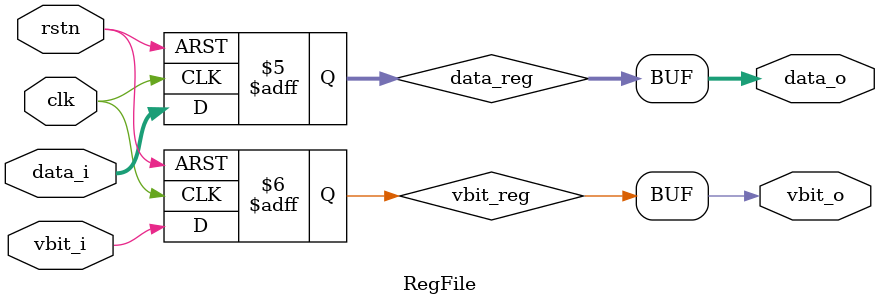
<source format=v>
module RegFile #(
    parameter                   Width = 20
)   (
    input   wire                clk,
    input   wire                rstn,
    input   wire                vbit_i,
    input   wire    [Width-1:0] data_i,
    output  wire    [Width-1:0] data_o,
    output  wire                vbit_o
);

//------------------------------------------------
//  VALID BIT REGISTER
//------------------------------------------------

reg             vbit_reg;

always@(posedge clk or negedge rstn) begin
    if(~rstn)
        vbit_reg    <=  1'b0;
    else
        vbit_reg    <=  vbit_i; 
end

//------------------------------------------------
//  DATA REGISTER
//------------------------------------------------

reg [Width-1:0] data_reg;

always@(posedge clk or negedge rstn) begin
    if(~rstn)
        data_reg    <=  0;
    else
        data_reg    <=  data_i;
end

//------------------------------------------------
//  OUTPUT NET
//------------------------------------------------

assign  data_o  =   data_reg;
assign  vbit_o  =   vbit_reg;

endmodule
</source>
